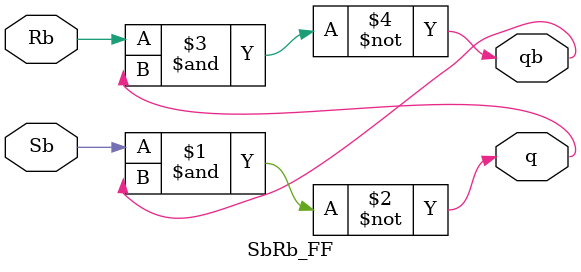
<source format=v>
module SbRb_FF(Sb, Rb, q, qb);
input Sb, Rb;
output q, qb;
nand G1(q, Sb, qb);
nand G2(qb, Rb, q);
endmodule

</source>
